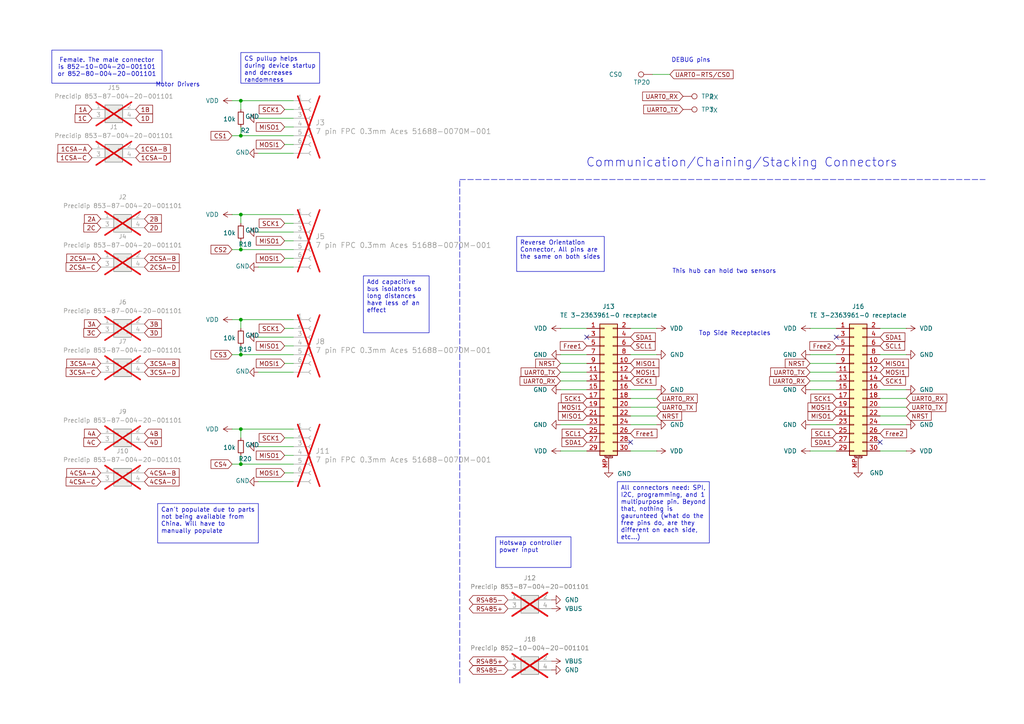
<source format=kicad_sch>
(kicad_sch (version 20250114) (generator "eeschema") (generator_version "9.0")
  (paper "A4")
  (title_block (title "CACKLE -  Hub") (date "2025-10-10") (rev "V1.1") (comment 1 "Licensed under CERN-OHL-S v2") (comment 2 "Author: Asher Edwards"))
  (lib_symbols
    (symbol "Connector:Conn_01x07_Socket" (pin_names (offset 1.016) (hide yes))
      (property "Reference" "J" (at 0 10.16 0))
      (property "Value" "Conn_01x07_Socket" (at 0 -10.16 0))
      (symbol "Conn_01x07_Socket_1_1"
        (polyline (pts (xy -1.27 7.62) (xy -0.508 7.62)) (stroke (width 0.1524)))
        (polyline (pts (xy -1.27 5.08) (xy -0.508 5.08)) (stroke (width 0.1524)))
        (polyline (pts (xy -1.27 2.54) (xy -0.508 2.54)) (stroke (width 0.1524)))
        (polyline (pts (xy -1.27 0) (xy -0.508 0)) (stroke (width 0.1524)))
        (polyline (pts (xy -1.27 -2.54) (xy -0.508 -2.54)) (stroke (width 0.1524)))
        (polyline (pts (xy -1.27 -5.08) (xy -0.508 -5.08)) (stroke (width 0.1524)))
        (polyline (pts (xy -1.27 -7.62) (xy -0.508 -7.62)) (stroke (width 0.1524)))
        (arc (start 0 7.112) (mid -0.5058 7.62) (end 0 8.128) (stroke (width 0.1524)))
        (arc (start 0 4.572) (mid -0.5058 5.08) (end 0 5.588) (stroke (width 0.1524)))
        (arc (start 0 2.032) (mid -0.5058 2.54) (end 0 3.048) (stroke (width 0.1524)))
        (arc (start 0 -0.508) (mid -0.5058 0) (end 0 0.508) (stroke (width 0.1524)))
        (arc (start 0 -3.048) (mid -0.5058 -2.54) (end 0 -2.032) (stroke (width 0.1524)))
        (arc (start 0 -5.588) (mid -0.5058 -5.08) (end 0 -4.572) (stroke (width 0.1524)))
        (arc (start 0 -8.128) (mid -0.5058 -7.62) (end 0 -7.112) (stroke (width 0.1524)))
        (pin passive line (at -5.08 7.62 0) (length 3.81) (name "Pin_1") (number "1"))
        (pin passive line (at -5.08 5.08 0) (length 3.81) (name "Pin_2") (number "2"))
        (pin passive line (at -5.08 2.54 0) (length 3.81) (name "Pin_3") (number "3"))
        (pin passive line (at -5.08 0 0) (length 3.81) (name "Pin_4") (number "4"))
        (pin passive line (at -5.08 -2.54 0) (length 3.81) (name "Pin_5") (number "5"))
        (pin passive line (at -5.08 -5.08 0) (length 3.81) (name "Pin_6") (number "6"))
        (pin passive line (at -5.08 -7.62 0) (length 3.81) (name "Pin_7") (number "7"))
      )
    )
    (symbol "Connector:TestPoint" (pin_numbers (hide yes)) (pin_names (offset 0.762) (hide yes))
      (property "Reference" "TP" (at 0 6.858 0))
      (property "Value" "TestPoint" (at 0 5.08 0))
      (symbol "TestPoint_0_1"
        (circle (center 0 3.302) (radius 0.762))
      )
      (symbol "TestPoint_1_1"
        (pin passive line (at 0 0 90) (length 2.54) (name "1") (number "1"))
      )
    )
    (symbol "Connector_Generic:Conn_02x02_Odd_Even" (pin_names (offset 1.016) (hide yes))
      (property "Reference" "J" (at 1.27 2.54 0))
      (property "Value" "Conn_02x02_Odd_Even" (at 1.27 -5.08 0))
      (symbol "Conn_02x02_Odd_Even_1_1"
        (rectangle (start -1.27 1.27) (end 3.81 -3.81) (stroke (width 0.254)) (fill (type background)))
        (rectangle (start -1.27 0.127) (end 0 -0.127) (stroke (width 0.1524)))
        (rectangle (start -1.27 -2.413) (end 0 -2.667) (stroke (width 0.1524)))
        (rectangle (start 3.81 0.127) (end 2.54 -0.127) (stroke (width 0.1524)))
        (rectangle (start 3.81 -2.413) (end 2.54 -2.667) (stroke (width 0.1524)))
        (pin passive line (at -5.08 0 0) (length 3.81) (name "Pin_1") (number "1"))
        (pin passive line (at -5.08 -2.54 0) (length 3.81) (name "Pin_3") (number "3"))
        (pin passive line (at 7.62 0 180) (length 3.81) (name "Pin_2") (number "2"))
        (pin passive line (at 7.62 -2.54 180) (length 3.81) (name "Pin_4") (number "4"))
      )
    )
    (symbol "Connector_Generic_MountingPin:Conn_02x15_Odd_Even_MountingPin" (pin_names (offset 1.016) (hide yes))
      (property "Reference" "J" (at 1.27 20.32 0))
      (property "Value" "Conn_02x15_Odd_Even_MountingPin" (at 2.54 -20.32 0))
      (symbol "Conn_02x15_Odd_Even_MountingPin_1_1"
        (rectangle (start -1.27 19.05) (end 3.81 -19.05) (stroke (width 0.254)) (fill (type background)))
        (rectangle (start -1.27 17.907) (end 0 17.653) (stroke (width 0.1524)))
        (rectangle (start -1.27 15.367) (end 0 15.113) (stroke (width 0.1524)))
        (rectangle (start -1.27 12.827) (end 0 12.573) (stroke (width 0.1524)))
        (rectangle (start -1.27 10.287) (end 0 10.033) (stroke (width 0.1524)))
        (rectangle (start -1.27 7.747) (end 0 7.493) (stroke (width 0.1524)))
        (rectangle (start -1.27 5.207) (end 0 4.953) (stroke (width 0.1524)))
        (rectangle (start -1.27 2.667) (end 0 2.413) (stroke (width 0.1524)))
        (rectangle (start -1.27 0.127) (end 0 -0.127) (stroke (width 0.1524)))
        (rectangle (start -1.27 -2.413) (end 0 -2.667) (stroke (width 0.1524)))
        (rectangle (start -1.27 -4.953) (end 0 -5.207) (stroke (width 0.1524)))
        (rectangle (start -1.27 -7.493) (end 0 -7.747) (stroke (width 0.1524)))
        (rectangle (start -1.27 -10.033) (end 0 -10.287) (stroke (width 0.1524)))
        (rectangle (start -1.27 -12.573) (end 0 -12.827) (stroke (width 0.1524)))
        (rectangle (start -1.27 -15.113) (end 0 -15.367) (stroke (width 0.1524)))
        (rectangle (start -1.27 -17.653) (end 0 -17.907) (stroke (width 0.1524)))
        (polyline (pts (xy 0.254 -19.812) (xy 2.286 -19.812)) (stroke (width 0.1524)))
        (rectangle (start 3.81 17.907) (end 2.54 17.653) (stroke (width 0.1524)))
        (rectangle (start 3.81 15.367) (end 2.54 15.113) (stroke (width 0.1524)))
        (rectangle (start 3.81 12.827) (end 2.54 12.573) (stroke (width 0.1524)))
        (rectangle (start 3.81 10.287) (end 2.54 10.033) (stroke (width 0.1524)))
        (rectangle (start 3.81 7.747) (end 2.54 7.493) (stroke (width 0.1524)))
        (rectangle (start 3.81 5.207) (end 2.54 4.953) (stroke (width 0.1524)))
        (rectangle (start 3.81 2.667) (end 2.54 2.413) (stroke (width 0.1524)))
        (rectangle (start 3.81 0.127) (end 2.54 -0.127) (stroke (width 0.1524)))
        (rectangle (start 3.81 -2.413) (end 2.54 -2.667) (stroke (width 0.1524)))
        (rectangle (start 3.81 -4.953) (end 2.54 -5.207) (stroke (width 0.1524)))
        (rectangle (start 3.81 -7.493) (end 2.54 -7.747) (stroke (width 0.1524)))
        (rectangle (start 3.81 -10.033) (end 2.54 -10.287) (stroke (width 0.1524)))
        (rectangle (start 3.81 -12.573) (end 2.54 -12.827) (stroke (width 0.1524)))
        (rectangle (start 3.81 -15.113) (end 2.54 -15.367) (stroke (width 0.1524)))
        (rectangle (start 3.81 -17.653) (end 2.54 -17.907) (stroke (width 0.1524)))
        (text "Mounting" (at 1.27 -19.431 0) (effects (font (size 0.381 0.381))))
        (pin passive line (at -5.08 17.78 0) (length 3.81) (name "Pin_1") (number "1"))
        (pin passive line (at -5.08 15.24 0) (length 3.81) (name "Pin_3") (number "3"))
        (pin passive line (at -5.08 12.7 0) (length 3.81) (name "Pin_5") (number "5"))
        (pin passive line (at -5.08 10.16 0) (length 3.81) (name "Pin_7") (number "7"))
        (pin passive line (at -5.08 7.62 0) (length 3.81) (name "Pin_9") (number "9"))
        (pin passive line (at -5.08 5.08 0) (length 3.81) (name "Pin_11") (number "11"))
        (pin passive line (at -5.08 2.54 0) (length 3.81) (name "Pin_13") (number "13"))
        (pin passive line (at -5.08 0 0) (length 3.81) (name "Pin_15") (number "15"))
        (pin passive line (at -5.08 -2.54 0) (length 3.81) (name "Pin_17") (number "17"))
        (pin passive line (at -5.08 -5.08 0) (length 3.81) (name "Pin_19") (number "19"))
        (pin passive line (at -5.08 -7.62 0) (length 3.81) (name "Pin_21") (number "21"))
        (pin passive line (at -5.08 -10.16 0) (length 3.81) (name "Pin_23") (number "23"))
        (pin passive line (at -5.08 -12.7 0) (length 3.81) (name "Pin_25") (number "25"))
        (pin passive line (at -5.08 -15.24 0) (length 3.81) (name "Pin_27") (number "27"))
        (pin passive line (at -5.08 -17.78 0) (length 3.81) (name "Pin_29") (number "29"))
        (pin passive line (at 1.27 -22.86 90) (length 3.048) (name "MountPin") (number "MP"))
        (pin passive line (at 7.62 17.78 180) (length 3.81) (name "Pin_2") (number "2"))
        (pin passive line (at 7.62 15.24 180) (length 3.81) (name "Pin_4") (number "4"))
        (pin passive line (at 7.62 12.7 180) (length 3.81) (name "Pin_6") (number "6"))
        (pin passive line (at 7.62 10.16 180) (length 3.81) (name "Pin_8") (number "8"))
        (pin passive line (at 7.62 7.62 180) (length 3.81) (name "Pin_10") (number "10"))
        (pin passive line (at 7.62 5.08 180) (length 3.81) (name "Pin_12") (number "12"))
        (pin passive line (at 7.62 2.54 180) (length 3.81) (name "Pin_14") (number "14"))
        (pin passive line (at 7.62 0 180) (length 3.81) (name "Pin_16") (number "16"))
        (pin passive line (at 7.62 -2.54 180) (length 3.81) (name "Pin_18") (number "18"))
        (pin passive line (at 7.62 -5.08 180) (length 3.81) (name "Pin_20") (number "20"))
        (pin passive line (at 7.62 -7.62 180) (length 3.81) (name "Pin_22") (number "22"))
        (pin passive line (at 7.62 -10.16 180) (length 3.81) (name "Pin_24") (number "24"))
        (pin passive line (at 7.62 -12.7 180) (length 3.81) (name "Pin_26") (number "26"))
        (pin passive line (at 7.62 -15.24 180) (length 3.81) (name "Pin_28") (number "28"))
        (pin passive line (at 7.62 -17.78 180) (length 3.81) (name "Pin_30") (number "30"))
      )
    )
    (symbol "Device:R_Small" (pin_numbers (hide yes)) (pin_names (offset 0.254) (hide yes))
      (property "Reference" "R" (at 0.762 0.508 0))
      (property "Value" "R_Small" (at 0.762 -1.016 0))
      (symbol "R_Small_0_1"
        (rectangle (start -0.762 1.778) (end 0.762 -1.778) (stroke (width 0.2032)))
      )
      (symbol "R_Small_1_1"
        (pin passive line (at 0 2.54 270) (length 0.762) (name "~") (number "1"))
        (pin passive line (at 0 -2.54 90) (length 0.762) (name "~") (number "2"))
      )
    )
    (symbol "power:GND" (power) (pin_numbers (hide yes)) (pin_names (offset 0) (hide yes))
      (property "Value" "GND" (at 0 -3.81 0))
      (symbol "GND_0_1"
        (polyline (pts (xy 0 0) (xy 0 -1.27) (xy 1.27 -1.27) (xy 0 -2.54) (xy -1.27 -1.27) (xy 0 -1.27)))
      )
      (symbol "GND_1_1"
        (pin power_in line (at 0 0 270) (length 0) (name "~") (number "1"))
      )
    )
    (symbol "power:VBUS" (power) (pin_numbers (hide yes)) (pin_names (offset 0) (hide yes))
      (property "Value" "VBUS" (at 0 3.556 0))
      (symbol "VBUS_0_1"
        (polyline (pts (xy -0.762 1.27) (xy 0 2.54)))
        (polyline (pts (xy 0 2.54) (xy 0.762 1.27)))
        (polyline (pts (xy 0 0) (xy 0 2.54)))
      )
      (symbol "VBUS_1_1"
        (pin power_in line (at 0 0 90) (length 0) (name "~") (number "1"))
      )
    )
    (symbol "power:VDD" (power) (pin_numbers (hide yes)) (pin_names (offset 0) (hide yes))
      (property "Value" "VDD" (at 0 3.556 0))
      (symbol "VDD_0_1"
        (polyline (pts (xy -0.762 1.27) (xy 0 2.54)))
        (polyline (pts (xy 0 2.54) (xy 0.762 1.27)))
        (polyline (pts (xy 0 0) (xy 0 2.54)))
      )
      (symbol "VDD_1_1"
        (pin power_in line (at 0 0 90) (length 0) (name "~") (number "1"))
      )
    )
  )
  (text "Communication/Chaining/Stacking Connectors" (at 215.138 47.244 0) (effects (font (size 2.54 2.54))))
  (text "Top Side Receptacles" (at 213.106 96.774 0) (effects (font (size 1.27 1.27))))
  (text "Motor Drivers" (at 51.562 24.638 0) (effects (font (size 1.27 1.27))))
  (text "This hub can hold two sensors" (at 210.058 78.74 0) (effects (font (size 1.27 1.27))))
  (text "DEBUG pins" (at 200.406 17.526 0) (effects (font (size 1.27 1.27))))
  (text_box "Reverse Orientation Connector, All pins are the same on both sides" (at 149.86 68.58 0) (size 25.4 10.16) (margins 0.9525 0.9525 0.9525 0.9525) (effects (font (size 1.27 1.27)) (justify left top)))
  (text_box "CS pullup helps during device startup and decreases randomness" (at 69.85 15.24 0) (size 22.86 8.89) (margins 0.9525 0.9525 0.9525 0.9525) (effects (font (size 1.27 1.27)) (justify left top)))
  (text_box "Can't populate due to parts not being available from China. Will have to manually populate" (at 45.72 146.05 0) (size 29.21 11.43) (margins 0.9525 0.9525 0.9525 0.9525) (effects (font (size 1.27 1.27)) (justify left top)))
  (text_box "Add capacitive bus isolators so long distances have less of an effect" (at 105.41 80.01 0) (size 19.05 16.51) (margins 0.9525 0.9525 0.9525 0.9525) (effects (font (size 1.27 1.27)) (justify left top)))
  (text_box "All connectors need: SPI, I2C, programming, and 1 multipurpose pin. Beyond that, nothing is gaurunteed (what do the free pins do, are they different on each side, etc...)\n" (at 179.07 139.7 0) (size 26.67 17.78) (margins 0.9525 0.9525 0.9525 0.9525) (effects (font (size 1.27 1.27)) (justify left top)))
  (text_box "Hotswap controller power input" (at 143.764 155.702 0) (size 21.844 8.89) (margins 0.9525 0.9525 0.9525 0.9525) (effects (font (size 1.27 1.27)) (justify left top)))
  (text_box "Female. The male connector is 852-10-004-20-001101 or 852-80-004-20-001101" (at 15.0295 14.5359 0) (size 31.9605 9.5941) (margins 0.9525 0.9525 0.9525 0.9525) (effects (font (size 1.27 1.27))))
  (junction (at 69.85 62.23))
  (junction (at 69.85 124.46))
  (junction (at 69.85 134.62))
  (junction (at 69.85 29.21))
  (junction (at 69.85 102.87))
  (junction (at 69.85 92.71))
  (junction (at 69.85 72.39))
  (junction (at 69.85 39.37))
  (no_connect (at 242.57 97.79))
  (no_connect (at 255.27 128.27))
  (no_connect (at 170.18 97.79))
  (no_connect (at 182.88 128.27))
  (wire (pts (xy 234.95 102.87) (xy 242.57 102.87)))
  (wire (pts (xy 69.85 39.37) (xy 85.09 39.37)))
  (wire (pts (xy 69.85 100.33) (xy 69.85 102.87)))
  (wire (pts (xy 82.55 41.91) (xy 85.09 41.91)))
  (wire (pts (xy 69.85 69.85) (xy 69.85 72.39)))
  (wire (pts (xy 69.85 72.39) (xy 85.09 72.39)))
  (wire (pts (xy 162.56 105.41) (xy 170.18 105.41)))
  (wire (pts (xy 262.89 123.19) (xy 255.27 123.19)))
  (wire (pts (xy 190.5 113.03) (xy 182.88 113.03)))
  (wire (pts (xy 69.85 36.83) (xy 69.85 39.37)))
  (wire (pts (xy 190.5 123.19) (xy 182.88 123.19)))
  (wire (pts (xy 262.89 118.11) (xy 255.27 118.11)))
  (wire (pts (xy 234.95 110.49) (xy 242.57 110.49)))
  (wire (pts (xy 69.85 62.23) (xy 85.09 62.23)))
  (wire (pts (xy 69.85 62.23) (xy 69.85 64.77)))
  (wire (pts (xy 234.95 107.95) (xy 242.57 107.95)))
  (wire (pts (xy 162.56 113.03) (xy 170.18 113.03)))
  (wire (pts (xy 69.85 132.08) (xy 69.85 134.62)))
  (polyline (pts (xy 133.35 52.07) (xy 285.75 52.07)) (stroke (width 0) (type dash)))
  (wire (pts (xy 69.85 134.62) (xy 85.09 134.62)))
  (wire (pts (xy 67.31 29.21) (xy 69.85 29.21)))
  (wire (pts (xy 67.31 72.39) (xy 69.85 72.39)))
  (wire (pts (xy 74.93 34.29) (xy 85.09 34.29)))
  (wire (pts (xy 67.31 124.46) (xy 69.85 124.46)))
  (wire (pts (xy 74.93 97.79) (xy 85.09 97.79)))
  (wire (pts (xy 82.55 100.33) (xy 85.09 100.33)))
  (wire (pts (xy 182.88 120.65) (xy 190.5 120.65)))
  (wire (pts (xy 74.93 107.95) (xy 85.09 107.95)))
  (wire (pts (xy 162.56 95.25) (xy 170.18 95.25)))
  (wire (pts (xy 262.89 113.03) (xy 255.27 113.03)))
  (wire (pts (xy 262.89 95.25) (xy 255.27 95.25)))
  (wire (pts (xy 162.56 110.49) (xy 170.18 110.49)))
  (wire (pts (xy 82.55 105.41) (xy 85.09 105.41)))
  (wire (pts (xy 82.55 69.85) (xy 85.09 69.85)))
  (wire (pts (xy 82.55 36.83) (xy 85.09 36.83)))
  (wire (pts (xy 82.55 127) (xy 85.09 127)))
  (wire (pts (xy 69.85 92.71) (xy 85.09 92.71)))
  (polyline (pts (xy 133.35 198.12) (xy 133.35 52.07)) (stroke (width 0) (type dash)))
  (wire (pts (xy 194.31 21.59) (xy 189.23 21.59)))
  (wire (pts (xy 190.5 130.81) (xy 182.88 130.81)))
  (wire (pts (xy 262.89 115.57) (xy 255.27 115.57)))
  (wire (pts (xy 234.95 113.03) (xy 242.57 113.03)))
  (wire (pts (xy 82.55 95.25) (xy 85.09 95.25)))
  (wire (pts (xy 69.85 124.46) (xy 85.09 124.46)))
  (wire (pts (xy 262.89 102.87) (xy 255.27 102.87)))
  (wire (pts (xy 162.56 102.87) (xy 170.18 102.87)))
  (wire (pts (xy 67.31 134.62) (xy 69.85 134.62)))
  (wire (pts (xy 190.5 115.57) (xy 182.88 115.57)))
  (wire (pts (xy 74.93 77.47) (xy 85.09 77.47)))
  (wire (pts (xy 234.95 95.25) (xy 242.57 95.25)))
  (wire (pts (xy 162.56 130.81) (xy 170.18 130.81)))
  (wire (pts (xy 234.95 130.81) (xy 242.57 130.81)))
  (wire (pts (xy 74.93 67.31) (xy 85.09 67.31)))
  (wire (pts (xy 67.31 62.23) (xy 69.85 62.23)))
  (wire (pts (xy 74.93 44.45) (xy 85.09 44.45)))
  (wire (pts (xy 190.5 95.25) (xy 182.88 95.25)))
  (wire (pts (xy 255.27 120.65) (xy 262.89 120.65)))
  (wire (pts (xy 190.5 102.87) (xy 182.88 102.87)))
  (wire (pts (xy 162.56 107.95) (xy 170.18 107.95)))
  (wire (pts (xy 67.31 39.37) (xy 69.85 39.37)))
  (wire (pts (xy 234.95 123.19) (xy 242.57 123.19)))
  (wire (pts (xy 234.95 105.41) (xy 242.57 105.41)))
  (wire (pts (xy 69.85 92.71) (xy 69.85 95.25)))
  (wire (pts (xy 82.55 74.93) (xy 85.09 74.93)))
  (wire (pts (xy 69.85 102.87) (xy 85.09 102.87)))
  (wire (pts (xy 262.89 130.81) (xy 255.27 130.81)))
  (wire (pts (xy 69.85 124.46) (xy 69.85 127)))
  (wire (pts (xy 190.5 118.11) (xy 182.88 118.11)))
  (wire (pts (xy 82.55 31.75) (xy 85.09 31.75)))
  (wire (pts (xy 74.93 129.54) (xy 85.09 129.54)))
  (wire (pts (xy 82.55 137.16) (xy 85.09 137.16)))
  (wire (pts (xy 67.31 92.71) (xy 69.85 92.71)))
  (wire (pts (xy 162.56 123.19) (xy 170.18 123.19)))
  (wire (pts (xy 82.55 132.08) (xy 85.09 132.08)))
  (wire (pts (xy 74.93 139.7) (xy 85.09 139.7)))
  (wire (pts (xy 69.85 29.21) (xy 69.85 31.75)))
  (wire (pts (xy 69.85 29.21) (xy 85.09 29.21)))
  (wire (pts (xy 82.55 64.77) (xy 85.09 64.77)))
  (wire (pts (xy 67.31 102.87) (xy 69.85 102.87)))
  (global_label "3A" (shape input) (at 29.21 93.98 180) (property "Intersheetrefs" "${INTERSHEET_REFS}" (effects (hide yes))))
  (global_label "NRST" (shape input) (at 234.95 105.41 180) (property "Intersheetrefs" "${INTERSHEET_REFS}" (effects (hide yes))))
  (global_label "SCK1" (shape input) (at 242.57 115.57 180) (property "Intersheetrefs" "${INTERSHEET_REFS}" (effects (hide yes))))
  (global_label "2CSA-A" (shape input) (at 29.21 74.93 180) (property "Intersheetrefs" "${INTERSHEET_REFS}" (effects (hide yes))))
  (global_label "MOSI1" (shape input) (at 242.57 118.11 180) (property "Intersheetrefs" "${INTERSHEET_REFS}" (effects (hide yes))))
  (global_label "SDA1" (shape input) (at 255.27 97.79 0) (property "Intersheetrefs" "${INTERSHEET_REFS}" (effects (hide yes))))
  (global_label "SDA1" (shape input) (at 242.57 128.27 180) (property "Intersheetrefs" "${INTERSHEET_REFS}" (effects (hide yes))))
  (global_label "CS2" (shape input) (at 67.31 72.39 180) (property "Intersheetrefs" "${INTERSHEET_REFS}" (effects (hide yes))))
  (global_label "3B" (shape input) (at 41.91 93.98 0) (property "Intersheetrefs" "${INTERSHEET_REFS}" (effects (hide yes))))
  (global_label "SCK1" (shape input) (at 182.88 110.49 0) (property "Intersheetrefs" "${INTERSHEET_REFS}" (effects (hide yes))))
  (global_label "4D" (shape input) (at 41.91 128.27 0) (property "Intersheetrefs" "${INTERSHEET_REFS}" (effects (hide yes))))
  (global_label "CS4" (shape input) (at 67.31 134.62 180) (property "Intersheetrefs" "${INTERSHEET_REFS}" (effects (hide yes))))
  (global_label "4CSA-A" (shape input) (at 29.21 137.16 180) (property "Intersheetrefs" "${INTERSHEET_REFS}" (effects (hide yes))))
  (global_label "RS485-" (shape bidirectional) (at 147.32 194.31 180) (property "Intersheetrefs" "${INTERSHEET_REFS}" (effects (hide yes))))
  (global_label "SCK1" (shape input) (at 82.55 95.25 180) (property "Intersheetrefs" "${INTERSHEET_REFS}" (effects (hide yes))))
  (global_label "SCK1" (shape input) (at 82.55 31.75 180) (property "Intersheetrefs" "${INTERSHEET_REFS}" (effects (hide yes))))
  (global_label "4CSA-C" (shape input) (at 29.21 139.7 180) (property "Intersheetrefs" "${INTERSHEET_REFS}" (effects (hide yes))))
  (global_label "MISO1" (shape input) (at 82.55 69.85 180) (property "Intersheetrefs" "${INTERSHEET_REFS}" (effects (hide yes))))
  (global_label "3CSA-B" (shape input) (at 41.91 105.41 0) (property "Intersheetrefs" "${INTERSHEET_REFS}" (effects (hide yes))))
  (global_label "NRST" (shape input) (at 262.89 120.65 0) (property "Intersheetrefs" "${INTERSHEET_REFS}" (effects (hide yes))))
  (global_label "1CSA-C" (shape input) (at 26.67 45.72 180) (property "Intersheetrefs" "${INTERSHEET_REFS}" (effects (hide yes))))
  (global_label "UART0_TX" (shape input) (at 162.56 107.95 180) (property "Intersheetrefs" "${INTERSHEET_REFS}" (effects (hide yes))))
  (global_label "UART0_TX" (shape input) (at 234.95 107.95 180) (property "Intersheetrefs" "${INTERSHEET_REFS}" (effects (hide yes))))
  (global_label "2CSA-B" (shape input) (at 41.91 74.93 0) (property "Intersheetrefs" "${INTERSHEET_REFS}" (effects (hide yes))))
  (global_label "4B" (shape input) (at 41.91 125.73 0) (property "Intersheetrefs" "${INTERSHEET_REFS}" (effects (hide yes))))
  (global_label "MISO1" (shape input) (at 170.18 120.65 180) (property "Intersheetrefs" "${INTERSHEET_REFS}" (effects (hide yes))))
  (global_label "SCL1" (shape input) (at 170.18 125.73 180) (property "Intersheetrefs" "${INTERSHEET_REFS}" (effects (hide yes))))
  (global_label "2D" (shape input) (at 41.91 66.04 0) (property "Intersheetrefs" "${INTERSHEET_REFS}" (effects (hide yes))))
  (global_label "MOSI1" (shape input) (at 82.55 41.91 180) (property "Intersheetrefs" "${INTERSHEET_REFS}" (effects (hide yes))))
  (global_label "3D" (shape input) (at 41.91 96.52 0) (property "Intersheetrefs" "${INTERSHEET_REFS}" (effects (hide yes))))
  (global_label "1D" (shape input) (at 39.37 34.29 0) (property "Intersheetrefs" "${INTERSHEET_REFS}" (effects (hide yes))))
  (global_label "UART0_RX" (shape input) (at 262.89 115.57 0) (property "Intersheetrefs" "${INTERSHEET_REFS}" (effects (hide yes))))
  (global_label "SCL1" (shape input) (at 242.57 125.73 180) (property "Intersheetrefs" "${INTERSHEET_REFS}" (effects (hide yes))))
  (global_label "Free1" (shape input) (at 182.88 125.73 0) (property "Intersheetrefs" "${INTERSHEET_REFS}" (effects (hide yes))))
  (global_label "MOSI1" (shape input) (at 182.88 107.95 0) (property "Intersheetrefs" "${INTERSHEET_REFS}" (effects (hide yes))))
  (global_label "SCK1" (shape input) (at 255.27 110.49 0) (property "Intersheetrefs" "${INTERSHEET_REFS}" (effects (hide yes))))
  (global_label "4C" (shape input) (at 29.21 128.27 180) (property "Intersheetrefs" "${INTERSHEET_REFS}" (effects (hide yes))))
  (global_label "4CSA-D" (shape input) (at 41.91 139.7 0) (property "Intersheetrefs" "${INTERSHEET_REFS}" (effects (hide yes))))
  (global_label "UART0_TX" (shape input) (at 190.5 118.11 0) (property "Intersheetrefs" "${INTERSHEET_REFS}" (effects (hide yes))))
  (global_label "UART0_RX" (shape input) (at 198.12 27.94 180) (property "Intersheetrefs" "${INTERSHEET_REFS}" (effects (hide yes))))
  (global_label "NRST" (shape input) (at 162.56 105.41 180) (property "Intersheetrefs" "${INTERSHEET_REFS}" (effects (hide yes))))
  (global_label "RS485+" (shape bidirectional) (at 147.32 191.77 180) (property "Intersheetrefs" "${INTERSHEET_REFS}" (effects (hide yes))))
  (global_label "4CSA-B" (shape input) (at 41.91 137.16 0) (property "Intersheetrefs" "${INTERSHEET_REFS}" (effects (hide yes))))
  (global_label "2C" (shape input) (at 29.21 66.04 180) (property "Intersheetrefs" "${INTERSHEET_REFS}" (effects (hide yes))))
  (global_label "MISO1" (shape input) (at 82.55 132.08 180) (property "Intersheetrefs" "${INTERSHEET_REFS}" (effects (hide yes))))
  (global_label "3CSA-C" (shape input) (at 29.21 107.95 180) (property "Intersheetrefs" "${INTERSHEET_REFS}" (effects (hide yes))))
  (global_label "UART0_RX" (shape input) (at 234.95 110.49 180) (property "Intersheetrefs" "${INTERSHEET_REFS}" (effects (hide yes))))
  (global_label "Free2" (shape input) (at 242.57 100.33 180) (property "Intersheetrefs" "${INTERSHEET_REFS}" (effects (hide yes))))
  (global_label "UART0_RX" (shape input) (at 190.5 115.57 0) (property "Intersheetrefs" "${INTERSHEET_REFS}" (effects (hide yes))))
  (global_label "2CSA-C" (shape input) (at 29.21 77.47 180) (property "Intersheetrefs" "${INTERSHEET_REFS}" (effects (hide yes))))
  (global_label "UART0_TX" (shape input) (at 198.12 31.75 180) (property "Intersheetrefs" "${INTERSHEET_REFS}" (effects (hide yes))))
  (global_label "MOSI1" (shape input) (at 82.55 137.16 180) (property "Intersheetrefs" "${INTERSHEET_REFS}" (effects (hide yes))))
  (global_label "MOSI1" (shape input) (at 82.55 74.93 180) (property "Intersheetrefs" "${INTERSHEET_REFS}" (effects (hide yes))))
  (global_label "2B" (shape input) (at 41.91 63.5 0) (property "Intersheetrefs" "${INTERSHEET_REFS}" (effects (hide yes))))
  (global_label "MISO1" (shape input) (at 82.55 100.33 180) (property "Intersheetrefs" "${INTERSHEET_REFS}" (effects (hide yes))))
  (global_label "1C" (shape input) (at 26.67 34.29 180) (property "Intersheetrefs" "${INTERSHEET_REFS}" (effects (hide yes))))
  (global_label "SCK1" (shape input) (at 82.55 64.77 180) (property "Intersheetrefs" "${INTERSHEET_REFS}" (effects (hide yes))))
  (global_label "RS485+" (shape bidirectional) (at 147.32 176.53 180) (property "Intersheetrefs" "${INTERSHEET_REFS}" (effects (hide yes))))
  (global_label "MISO1" (shape input) (at 242.57 120.65 180) (property "Intersheetrefs" "${INTERSHEET_REFS}" (effects (hide yes))))
  (global_label "SDA1" (shape input) (at 182.88 97.79 0) (property "Intersheetrefs" "${INTERSHEET_REFS}" (effects (hide yes))))
  (global_label "SCK1" (shape input) (at 170.18 115.57 180) (property "Intersheetrefs" "${INTERSHEET_REFS}" (effects (hide yes))))
  (global_label "1CSA-D" (shape input) (at 39.37 45.72 0) (property "Intersheetrefs" "${INTERSHEET_REFS}" (effects (hide yes))))
  (global_label "SCK1" (shape input) (at 82.55 127 180) (property "Intersheetrefs" "${INTERSHEET_REFS}" (effects (hide yes))))
  (global_label "3CSA-D" (shape input) (at 41.91 107.95 0) (property "Intersheetrefs" "${INTERSHEET_REFS}" (effects (hide yes))))
  (global_label "UART0_RX" (shape input) (at 162.56 110.49 180) (property "Intersheetrefs" "${INTERSHEET_REFS}" (effects (hide yes))))
  (global_label "UART0-RTS{slash}CS0" (shape input) (at 194.31 21.59 0) (property "Intersheetrefs" "${INTERSHEET_REFS}" (effects (hide yes))))
  (global_label "3C" (shape input) (at 29.21 96.52 180) (property "Intersheetrefs" "${INTERSHEET_REFS}" (effects (hide yes))))
  (global_label "RS485-" (shape bidirectional) (at 147.32 173.99 180) (property "Intersheetrefs" "${INTERSHEET_REFS}" (effects (hide yes))))
  (global_label "SDA1" (shape input) (at 170.18 128.27 180) (property "Intersheetrefs" "${INTERSHEET_REFS}" (effects (hide yes))))
  (global_label "1CSA-A" (shape input) (at 26.67 43.18 180) (property "Intersheetrefs" "${INTERSHEET_REFS}" (effects (hide yes))))
  (global_label "3CSA-A" (shape input) (at 29.21 105.41 180) (property "Intersheetrefs" "${INTERSHEET_REFS}" (effects (hide yes))))
  (global_label "MOSI1" (shape input) (at 82.55 105.41 180) (property "Intersheetrefs" "${INTERSHEET_REFS}" (effects (hide yes))))
  (global_label "MISO1" (shape input) (at 255.27 105.41 0) (property "Intersheetrefs" "${INTERSHEET_REFS}" (effects (hide yes))))
  (global_label "MOSI1" (shape input) (at 255.27 107.95 0) (property "Intersheetrefs" "${INTERSHEET_REFS}" (effects (hide yes))))
  (global_label "MISO1" (shape input) (at 82.55 36.83 180) (property "Intersheetrefs" "${INTERSHEET_REFS}" (effects (hide yes))))
  (global_label "SCL1" (shape input) (at 255.27 100.33 0) (property "Intersheetrefs" "${INTERSHEET_REFS}" (effects (hide yes))))
  (global_label "MOSI1" (shape input) (at 170.18 118.11 180) (property "Intersheetrefs" "${INTERSHEET_REFS}" (effects (hide yes))))
  (global_label "2A" (shape input) (at 29.21 63.5 180) (property "Intersheetrefs" "${INTERSHEET_REFS}" (effects (hide yes))))
  (global_label "Free2" (shape input) (at 255.27 125.73 0) (property "Intersheetrefs" "${INTERSHEET_REFS}" (effects (hide yes))))
  (global_label "CS3" (shape input) (at 67.31 102.87 180) (property "Intersheetrefs" "${INTERSHEET_REFS}" (effects (hide yes))))
  (global_label "Free1" (shape input) (at 170.18 100.33 180) (property "Intersheetrefs" "${INTERSHEET_REFS}" (effects (hide yes))))
  (global_label "CS1" (shape input) (at 67.31 39.37 180) (property "Intersheetrefs" "${INTERSHEET_REFS}" (effects (hide yes))))
  (global_label "MISO1" (shape input) (at 182.88 105.41 0) (property "Intersheetrefs" "${INTERSHEET_REFS}" (effects (hide yes))))
  (global_label "4A" (shape input) (at 29.21 125.73 180) (property "Intersheetrefs" "${INTERSHEET_REFS}" (effects (hide yes))))
  (global_label "UART0_TX" (shape input) (at 262.89 118.11 0) (property "Intersheetrefs" "${INTERSHEET_REFS}" (effects (hide yes))))
  (global_label "SCL1" (shape input) (at 182.88 100.33 0) (property "Intersheetrefs" "${INTERSHEET_REFS}" (effects (hide yes))))
  (global_label "1B" (shape input) (at 39.37 31.75 0) (property "Intersheetrefs" "${INTERSHEET_REFS}" (effects (hide yes))))
  (global_label "NRST" (shape input) (at 190.5 120.65 0) (property "Intersheetrefs" "${INTERSHEET_REFS}" (effects (hide yes))))
  (global_label "1A" (shape input) (at 26.67 31.75 180) (property "Intersheetrefs" "${INTERSHEET_REFS}" (effects (hide yes))))
  (global_label "2CSA-D" (shape input) (at 41.91 77.47 0) (property "Intersheetrefs" "${INTERSHEET_REFS}" (effects (hide yes))))
  (global_label "1CSA-B" (shape input) (at 39.37 43.18 0) (property "Intersheetrefs" "${INTERSHEET_REFS}" (effects (hide yes))))
  (symbol (lib_id "Connector_Generic:Conn_02x02_Odd_Even") (at 34.29 93.98 0) (unit 1) (dnp yes)
    (property "Reference" "J6" (at 35.56 87.63 0))
    (property "Value" "Precidip 853-87-004-20-001101" (at 35.56 90.17 0))
    (property "Footprint" "Connector_PinHeader_1.27mm:PinHeader_2x02_P1.27mm_Horizontal" (effects (hide yes)))
    (property "Description" "Generic connector, double row, 02x02, odd/even pin numbering scheme (row 1 odd numbers, row 2 even numbers), script generated (kicad-library-utils/schlib/autogen/connector/)" (effects (hide yes)))
  )
  (symbol (lib_id "power:VDD") (at 234.95 130.81 90) (unit 1)
    (property "Reference" "#PWR062" (effects (hide yes)))
    (property "Value" "VDD" (at 231.14 130.8099 90) (effects (justify left)))
    (property "Description" "Power symbol creates a global label with name \"VDD\"" (effects (hide yes)))
  )
  (symbol (lib_id "power:GND") (at 162.56 113.03 270) (unit 1)
    (property "Reference" "#PWR053" (effects (hide yes)))
    (property "Value" "GND" (at 158.75 113.0299 90) (effects (justify right)))
    (property "Description" "Power symbol creates a global label with name \"GND\" , ground" (effects (hide yes)))
  )
  (symbol (lib_id "power:GND") (at 176.53 135.89 0) (unit 1)
    (property "Reference" "#PWR051" (effects (hide yes)))
    (property "Value" "GND" (at 181.102 137.414 0))
    (property "Description" "Power symbol creates a global label with name \"GND\" , ground" (effects (hide yes)))
  )
  (symbol (lib_id "power:GND") (at 234.95 102.87 270) (unit 1)
    (property "Reference" "#PWR041" (effects (hide yes)))
    (property "Value" "GND" (at 231.14 102.8699 90) (effects (justify right)))
    (property "Description" "Power symbol creates a global label with name \"GND\" , ground" (effects (hide yes)))
  )
  (symbol (lib_id "power:GND") (at 74.93 139.7 270) (unit 1)
    (property "Reference" "#PWR033" (effects (hide yes)))
    (property "Value" "GND" (at 70.358 139.446 90))
    (property "Description" "Power symbol creates a global label with name \"GND\" , ground" (effects (hide yes)))
  )
  (symbol (lib_id "power:GND") (at 262.89 123.19 90) (unit 1)
    (property "Reference" "#PWR061" (effects (hide yes)))
    (property "Value" "GND" (at 266.7 123.1901 90) (effects (justify right)))
    (property "Description" "Power symbol creates a global label with name \"GND\" , ground" (effects (hide yes)))
  )
  (symbol (lib_id "power:GND") (at 262.89 113.03 90) (unit 1)
    (property "Reference" "#PWR059" (effects (hide yes)))
    (property "Value" "GND" (at 266.7 113.0301 90) (effects (justify right)))
    (property "Description" "Power symbol creates a global label with name \"GND\" , ground" (effects (hide yes)))
  )
  (symbol (lib_id "power:VDD") (at 67.31 124.46 90) (unit 1)
    (property "Reference" "#PWR031" (effects (hide yes)))
    (property "Value" "VDD" (at 63.5 124.4599 90) (effects (justify left)))
    (property "Description" "Power symbol creates a global label with name \"VDD\"" (effects (hide yes)))
  )
  (symbol (lib_id "power:GND") (at 162.56 102.87 270) (unit 1)
    (property "Reference" "#PWR011" (effects (hide yes)))
    (property "Value" "GND" (at 158.75 102.8699 90) (effects (justify right)))
    (property "Description" "Power symbol creates a global label with name \"GND\" , ground" (effects (hide yes)))
  )
  (symbol (lib_id "Connector_Generic:Conn_02x02_Odd_Even") (at 152.4 191.77 0) (unit 1) (dnp yes)
    (property "Reference" "J18" (at 153.67 185.42 0))
    (property "Value" "Precidip 852-10-004-20-001101" (at 153.67 187.96 0))
    (property "Footprint" "Connector_PinHeader_1.27mm:PinHeader_2x02_P1.27mm_Horizontal" (effects (hide yes)))
    (property "Description" "Generic connector, double row, 02x02, odd/even pin numbering scheme (row 1 odd numbers, row 2 even numbers), script generated (kicad-library-utils/schlib/autogen/connector/)" (effects (hide yes)))
  )
  (symbol (lib_id "power:VDD") (at 67.31 62.23 90) (unit 1)
    (property "Reference" "#PWR022" (effects (hide yes)))
    (property "Value" "VDD" (at 63.5 62.2299 90) (effects (justify left)))
    (property "Description" "Power symbol creates a global label with name \"VDD\"" (effects (hide yes)))
  )
  (symbol (lib_id "power:GND") (at 234.95 113.03 270) (unit 1)
    (property "Reference" "#PWR058" (effects (hide yes)))
    (property "Value" "GND" (at 231.14 113.0299 90) (effects (justify right)))
    (property "Description" "Power symbol creates a global label with name \"GND\" , ground" (effects (hide yes)))
  )
  (symbol (lib_id "Connector_Generic:Conn_02x02_Odd_Even") (at 34.29 125.73 0) (unit 1) (dnp yes)
    (property "Reference" "J9" (at 35.56 119.38 0))
    (property "Value" "Precidip 853-87-004-20-001101" (at 35.56 121.92 0))
    (property "Footprint" "Connector_PinHeader_1.27mm:PinHeader_2x02_P1.27mm_Horizontal" (effects (hide yes)))
    (property "Description" "Generic connector, double row, 02x02, odd/even pin numbering scheme (row 1 odd numbers, row 2 even numbers), script generated (kicad-library-utils/schlib/autogen/connector/)" (effects (hide yes)))
  )
  (symbol (lib_id "power:GND") (at 74.93 97.79 270) (unit 1)
    (property "Reference" "#PWR028" (effects (hide yes)))
    (property "Value" "GND" (at 73.152 97.282 90))
    (property "Description" "Power symbol creates a global label with name \"GND\" , ground" (effects (hide yes)))
  )
  (symbol (lib_id "power:GND") (at 234.95 123.19 270) (unit 1)
    (property "Reference" "#PWR060" (effects (hide yes)))
    (property "Value" "GND" (at 231.14 123.1899 90) (effects (justify right)))
    (property "Description" "Power symbol creates a global label with name \"GND\" , ground" (effects (hide yes)))
  )
  (symbol (lib_id "power:GND") (at 160.02 173.99 90) (unit 1)
    (property "Reference" "#PWR037" (effects (hide yes)))
    (property "Value" "GND" (at 163.83 173.9899 90) (effects (justify right)))
    (property "Description" "Power symbol creates a global label with name \"GND\" , ground" (effects (hide yes)))
  )
  (symbol (lib_id "Device:R_Small") (at 69.85 129.54 0) (unit 1)
    (property "Reference" "R20" (at 71.12 133.096 0))
    (property "Value" "10k" (at 66.548 129.794 0))
    (property "Footprint" "Resistor_SMD:R_0402_1005Metric" (effects (hide yes)))
    (property "Description" "Resistor, small symbol" (effects (hide yes)))
    (property "LCSC" "C25744" (effects (hide yes)))
  )
  (symbol (lib_id "Connector:Conn_01x07_Socket") (at 90.17 69.85 0) (unit 1) (dnp yes)
    (property "Reference" "J5" (at 91.44 68.5799 0) (effects (font (size 1.524 1.524)) (justify left)))
    (property "Value" "7 pin FPC 0.3mm Aces 51688-0070M-001" (at 91.44 71.1199 0) (effects (font (size 1.524 1.524)) (justify left)))
    (property "Footprint" "custom_Connector:fpc_7pin_0.3mm_connector Aces" (effects (hide yes)))
    (property "Description" "Generic connector, single row, 01x07, script generated" (effects (hide yes)))
  )
  (symbol (lib_id "power:VDD") (at 262.89 95.25 270) (unit 1)
    (property "Reference" "#PWR040" (effects (hide yes)))
    (property "Value" "VDD" (at 266.7 95.2501 90) (effects (justify left)))
    (property "Description" "Power symbol creates a global label with name \"VDD\"" (effects (hide yes)))
  )
  (symbol (lib_id "power:GND") (at 74.93 67.31 270) (unit 1)
    (property "Reference" "#PWR023" (effects (hide yes)))
    (property "Value" "GND" (at 73.152 66.802 90))
    (property "Description" "Power symbol creates a global label with name \"GND\" , ground" (effects (hide yes)))
  )
  (symbol (lib_id "Connector:Conn_01x07_Socket") (at 90.17 132.08 0) (unit 1) (dnp yes)
    (property "Reference" "J11" (at 91.44 130.8099 0) (effects (font (size 1.524 1.524)) (justify left)))
    (property "Value" "7 pin FPC 0.3mm Aces 51688-0070M-001" (at 91.44 133.3499 0) (effects (font (size 1.524 1.524)) (justify left)))
    (property "Footprint" "custom_Connector:fpc_7pin_0.3mm_connector Aces" (effects (hide yes)))
    (property "Description" "Generic connector, single row, 01x07, script generated" (effects (hide yes)))
  )
  (symbol (lib_id "Connector_Generic:Conn_02x02_Odd_Even") (at 34.29 74.93 0) (unit 1) (dnp yes)
    (property "Reference" "J4" (at 35.56 68.58 0))
    (property "Value" "Precidip 853-87-004-20-001101" (at 35.56 71.12 0))
    (property "Footprint" "Connector_PinHeader_1.27mm:PinHeader_2x02_P1.27mm_Horizontal" (effects (hide yes)))
    (property "Description" "Generic connector, double row, 02x02, odd/even pin numbering scheme (row 1 odd numbers, row 2 even numbers), script generated (kicad-library-utils/schlib/autogen/connector/)" (effects (hide yes)))
  )
  (symbol (lib_id "Device:R_Small") (at 69.85 97.79 0) (unit 1)
    (property "Reference" "R19" (at 71.12 101.346 0))
    (property "Value" "10k" (at 66.548 98.044 0))
    (property "Footprint" "Resistor_SMD:R_0402_1005Metric" (effects (hide yes)))
    (property "Description" "Resistor, small symbol" (effects (hide yes)))
    (property "LCSC" "C25744" (effects (hide yes)))
  )
  (symbol (lib_id "Connector_Generic:Conn_02x02_Odd_Even") (at 31.75 31.75 0) (unit 1) (dnp yes)
    (property "Reference" "J15" (at 33.02 25.4 0))
    (property "Value" "Precidip 853-87-004-20-001101" (at 33.02 27.94 0))
    (property "Footprint" "Connector_PinHeader_1.27mm:PinHeader_2x02_P1.27mm_Horizontal" (effects (hide yes)))
    (property "Description" "Generic connector, double row, 02x02, odd/even pin numbering scheme (row 1 odd numbers, row 2 even numbers), script generated (kicad-library-utils/schlib/autogen/connector/)" (effects (hide yes)))
  )
  (symbol (lib_id "Connector:Conn_01x07_Socket") (at 90.17 100.33 0) (unit 1) (dnp yes)
    (property "Reference" "J8" (at 91.44 99.0599 0) (effects (font (size 1.524 1.524)) (justify left)))
    (property "Value" "7 pin FPC 0.3mm Aces 51688-0070M-001" (at 91.44 101.5999 0) (effects (font (size 1.524 1.524)) (justify left)))
    (property "Footprint" "custom_Connector:fpc_7pin_0.3mm_connector Aces" (effects (hide yes)))
    (property "Description" "Generic connector, single row, 01x07, script generated" (effects (hide yes)))
  )
  (symbol (lib_id "Connector_Generic:Conn_02x02_Odd_Even") (at 34.29 137.16 0) (unit 1) (dnp yes)
    (property "Reference" "J10" (at 35.56 130.81 0))
    (property "Value" "Precidip 853-87-004-20-001101" (at 35.56 133.35 0))
    (property "Footprint" "Connector_PinHeader_1.27mm:PinHeader_2x02_P1.27mm_Horizontal" (effects (hide yes)))
    (property "Description" "Generic connector, double row, 02x02, odd/even pin numbering scheme (row 1 odd numbers, row 2 even numbers), script generated (kicad-library-utils/schlib/autogen/connector/)" (effects (hide yes)))
  )
  (symbol (lib_id "power:VDD") (at 67.31 29.21 90) (unit 1)
    (property "Reference" "#PWR013" (effects (hide yes)))
    (property "Value" "VDD" (at 63.5 29.2099 90) (effects (justify left)))
    (property "Description" "Power symbol creates a global label with name \"VDD\"" (effects (hide yes)))
  )
  (symbol (lib_id "Connector:Conn_01x07_Socket") (at 90.17 36.83 0) (unit 1) (dnp yes)
    (property "Reference" "J3" (at 91.44 35.5599 0) (effects (font (size 1.524 1.524)) (justify left)))
    (property "Value" "7 pin FPC 0.3mm Aces 51688-0070M-001" (at 91.44 38.0999 0) (effects (font (size 1.524 1.524)) (justify left)))
    (property "Footprint" "custom_Connector:fpc_7pin_0.3mm_connector Aces" (effects (hide yes)))
    (property "Description" "Generic connector, single row, 01x07, script generated" (effects (hide yes)))
  )
  (symbol (lib_id "Connector_Generic_MountingPin:Conn_02x15_Odd_Even_MountingPin") (at 175.26 113.03 0) (unit 1)
    (property "Reference" "J13" (at 176.53 88.9 0))
    (property "Value" "TE 3-2363961-0 receptacle" (at 176.53 91.44 0))
    (property "Footprint" "custom_testpoints:TE_mezzanine_rec_3-2363961-0" (effects (hide yes)))
    (property "Description" "Generic connectable mounting pin connector, double row, 02x15, odd/even pin numbering scheme (row 1 odd numbers, row 2 even numbers), script generated (kicad-library-utils/schlib/autogen/connector/)" (effects (hide yes)))
    (property "LCSC" "C425103" (effects (hide yes)))
  )
  (symbol (lib_id "power:VDD") (at 67.31 92.71 90) (unit 1)
    (property "Reference" "#PWR027" (effects (hide yes)))
    (property "Value" "VDD" (at 63.5 92.7099 90) (effects (justify left)))
    (property "Description" "Power symbol creates a global label with name \"VDD\"" (effects (hide yes)))
  )
  (symbol (lib_id "power:VDD") (at 162.56 130.81 90) (unit 1)
    (property "Reference" "#PWR02" (effects (hide yes)))
    (property "Value" "VDD" (at 158.75 130.8099 90) (effects (justify left)))
    (property "Description" "Power symbol creates a global label with name \"VDD\"" (effects (hide yes)))
  )
  (symbol (lib_id "power:GND") (at 74.93 107.95 270) (unit 1)
    (property "Reference" "#PWR030" (effects (hide yes)))
    (property "Value" "GND" (at 70.358 107.696 90))
    (property "Description" "Power symbol creates a global label with name \"GND\" , ground" (effects (hide yes)))
  )
  (symbol (lib_id "Device:R_Small") (at 69.85 67.31 0) (unit 1)
    (property "Reference" "R18" (at 71.12 70.866 0))
    (property "Value" "10k" (at 66.548 67.564 0))
    (property "Footprint" "Resistor_SMD:R_0402_1005Metric" (effects (hide yes)))
    (property "Description" "Resistor, small symbol" (effects (hide yes)))
    (property "LCSC" "C25744" (effects (hide yes)))
  )
  (symbol (lib_id "Connector_Generic:Conn_02x02_Odd_Even") (at 152.4 173.99 0) (unit 1) (dnp yes)
    (property "Reference" "J12" (at 153.67 167.64 0))
    (property "Value" "Precidip 853-87-004-20-001101" (at 153.67 170.18 0))
    (property "Footprint" "Connector_PinHeader_1.27mm:PinHeader_2x02_P1.27mm_Horizontal" (effects (hide yes)))
    (property "Description" "Generic connector, double row, 02x02, odd/even pin numbering scheme (row 1 odd numbers, row 2 even numbers), script generated (kicad-library-utils/schlib/autogen/connector/)" (effects (hide yes)))
  )
  (symbol (lib_id "power:GND") (at 262.89 102.87 90) (unit 1)
    (property "Reference" "#PWR042" (effects (hide yes)))
    (property "Value" "GND" (at 266.7 102.8701 90) (effects (justify right)))
    (property "Description" "Power symbol creates a global label with name \"GND\" , ground" (effects (hide yes)))
  )
  (symbol (lib_id "power:VDD") (at 262.89 130.81 270) (unit 1)
    (property "Reference" "#PWR063" (effects (hide yes)))
    (property "Value" "VDD" (at 266.7 130.8101 90) (effects (justify left)))
    (property "Description" "Power symbol creates a global label with name \"VDD\"" (effects (hide yes)))
  )
  (symbol (lib_id "Connector:TestPoint") (at 189.23 21.59 90) (unit 1) (in_bom no)
    (property "Reference" "TP20" (at 186.182 23.876 90))
    (property "Value" "CS0" (at 178.562 21.59 90))
    (property "Footprint" "TestPoint:TestPoint_Pad_D1.0mm" (effects (hide yes)))
    (property "Description" "test point" (effects (hide yes)))
  )
  (symbol (lib_id "power:GND") (at 74.93 34.29 270) (unit 1)
    (property "Reference" "#PWR015" (effects (hide yes)))
    (property "Value" "GND" (at 73.152 33.782 90))
    (property "Description" "Power symbol creates a global label with name \"GND\" , ground" (effects (hide yes)))
  )
  (symbol (lib_id "Connector:TestPoint") (at 198.12 31.75 270) (unit 1) (in_bom no)
    (property "Reference" "TP3" (at 205.232 31.75 90))
    (property "Value" "TX" (at 207.01 32.004 90))
    (property "Footprint" "TestPoint:TestPoint_Pad_D1.0mm" (effects (hide yes)))
    (property "Description" "test point" (effects (hide yes)))
  )
  (symbol (lib_id "power:GND") (at 160.02 194.31 90) (mirror x) (unit 1)
    (property "Reference" "#PWR080" (effects (hide yes)))
    (property "Value" "GND" (at 163.83 194.3099 90) (effects (justify right)))
    (property "Description" "Power symbol creates a global label with name \"GND\" , ground" (effects (hide yes)))
  )
  (symbol (lib_id "power:VBUS") (at 160.02 191.77 270) (unit 1)
    (property "Reference" "#PWR014" (effects (hide yes)))
    (property "Value" "VBUS" (at 163.83 191.7699 90) (effects (justify left)))
    (property "Description" "Power symbol creates a global label with name \"VBUS\"" (effects (hide yes)))
  )
  (symbol (lib_id "Connector_Generic_MountingPin:Conn_02x15_Odd_Even_MountingPin") (at 247.65 113.03 0) (unit 1)
    (property "Reference" "J16" (at 248.92 88.9 0))
    (property "Value" "TE 3-2363961-0 receptacle" (at 248.92 91.44 0))
    (property "Footprint" "custom_testpoints:TE_mezzanine_rec_3-2363961-0" (effects (hide yes)))
    (property "Description" "Generic connectable mounting pin connector, double row, 02x15, odd/even pin numbering scheme (row 1 odd numbers, row 2 even numbers), script generated (kicad-library-utils/schlib/autogen/connector/)" (effects (hide yes)))
    (property "LCSC" "C425103" (effects (hide yes)))
  )
  (symbol (lib_id "Device:R_Small") (at 69.85 34.29 0) (unit 1)
    (property "Reference" "R2" (at 71.12 37.846 0))
    (property "Value" "10k" (at 66.548 34.544 0))
    (property "Footprint" "Resistor_SMD:R_0402_1005Metric" (effects (hide yes)))
    (property "Description" "Resistor, small symbol" (effects (hide yes)))
    (property "LCSC" "C25744" (effects (hide yes)))
  )
  (symbol (lib_id "power:GND") (at 162.56 123.19 270) (unit 1)
    (property "Reference" "#PWR052" (effects (hide yes)))
    (property "Value" "GND" (at 158.75 123.1899 90) (effects (justify right)))
    (property "Description" "Power symbol creates a global label with name \"GND\" , ground" (effects (hide yes)))
  )
  (symbol (lib_id "power:VBUS") (at 160.02 176.53 270) (unit 1)
    (property "Reference" "#PWR038" (effects (hide yes)))
    (property "Value" "VBUS" (at 163.83 176.5299 90) (effects (justify left)))
    (property "Description" "Power symbol creates a global label with name \"VBUS\"" (effects (hide yes)))
  )
  (symbol (lib_id "power:GND") (at 190.5 102.87 90) (unit 1)
    (property "Reference" "#PWR056" (effects (hide yes)))
    (property "Value" "GND" (at 194.31 102.8701 90) (effects (justify right)))
    (property "Description" "Power symbol creates a global label with name \"GND\" , ground" (effects (hide yes)))
  )
  (symbol (lib_id "power:VDD") (at 234.95 95.25 90) (unit 1)
    (property "Reference" "#PWR039" (effects (hide yes)))
    (property "Value" "VDD" (at 231.14 95.2499 90) (effects (justify left)))
    (property "Description" "Power symbol creates a global label with name \"VDD\"" (effects (hide yes)))
  )
  (symbol (lib_id "power:GND") (at 74.93 129.54 270) (unit 1)
    (property "Reference" "#PWR032" (effects (hide yes)))
    (property "Value" "GND" (at 73.152 129.032 90))
    (property "Description" "Power symbol creates a global label with name \"GND\" , ground" (effects (hide yes)))
  )
  (symbol (lib_id "power:GND") (at 74.93 77.47 270) (unit 1)
    (property "Reference" "#PWR026" (effects (hide yes)))
    (property "Value" "GND" (at 70.358 77.216 90))
    (property "Description" "Power symbol creates a global label with name \"GND\" , ground" (effects (hide yes)))
  )
  (symbol (lib_id "power:GND") (at 190.5 113.03 90) (unit 1)
    (property "Reference" "#PWR055" (effects (hide yes)))
    (property "Value" "GND" (at 194.31 113.0301 90) (effects (justify right)))
    (property "Description" "Power symbol creates a global label with name \"GND\" , ground" (effects (hide yes)))
  )
  (symbol (lib_id "Connector_Generic:Conn_02x02_Odd_Even") (at 31.75 43.18 0) (unit 1) (dnp yes)
    (property "Reference" "J1" (at 33.02 36.83 0))
    (property "Value" "Precidip 853-87-004-20-001101" (at 33.02 39.37 0))
    (property "Footprint" "Connector_PinHeader_1.27mm:PinHeader_2x02_P1.27mm_Horizontal" (effects (hide yes)))
    (property "Description" "Generic connector, double row, 02x02, odd/even pin numbering scheme (row 1 odd numbers, row 2 even numbers), script generated (kicad-library-utils/schlib/autogen/connector/)" (effects (hide yes)))
  )
  (symbol (lib_id "power:VDD") (at 190.5 95.25 270) (unit 1)
    (property "Reference" "#PWR057" (effects (hide yes)))
    (property "Value" "VDD" (at 194.31 95.2501 90) (effects (justify left)))
    (property "Description" "Power symbol creates a global label with name \"VDD\"" (effects (hide yes)))
  )
  (symbol (lib_id "Connector_Generic:Conn_02x02_Odd_Even") (at 34.29 63.5 0) (unit 1) (dnp yes)
    (property "Reference" "J2" (at 35.56 57.15 0))
    (property "Value" "Precidip 853-87-004-20-001101" (at 35.56 59.69 0))
    (property "Footprint" "Connector_PinHeader_1.27mm:PinHeader_2x02_P1.27mm_Horizontal" (effects (hide yes)))
    (property "Description" "Generic connector, double row, 02x02, odd/even pin numbering scheme (row 1 odd numbers, row 2 even numbers), script generated (kicad-library-utils/schlib/autogen/connector/)" (effects (hide yes)))
  )
  (symbol (lib_id "Connector:TestPoint") (at 198.12 27.94 270) (unit 1) (in_bom no)
    (property "Reference" "TP2" (at 205.232 27.94 90))
    (property "Value" "RX" (at 207.01 28.194 90))
    (property "Footprint" "TestPoint:TestPoint_Pad_D1.0mm" (effects (hide yes)))
    (property "Description" "test point" (effects (hide yes)))
  )
  (symbol (lib_id "power:VDD") (at 162.56 95.25 90) (unit 1)
    (property "Reference" "#PWR04" (effects (hide yes)))
    (property "Value" "VDD" (at 158.75 95.2499 90) (effects (justify left)))
    (property "Description" "Power symbol creates a global label with name \"VDD\"" (effects (hide yes)))
  )
  (symbol (lib_id "power:GND") (at 190.5 123.19 90) (unit 1)
    (property "Reference" "#PWR054" (effects (hide yes)))
    (property "Value" "GND" (at 194.31 123.1901 90) (effects (justify right)))
    (property "Description" "Power symbol creates a global label with name \"GND\" , ground" (effects (hide yes)))
  )
  (symbol (lib_id "power:GND") (at 74.93 44.45 270) (unit 1)
    (property "Reference" "#PWR016" (effects (hide yes)))
    (property "Value" "GND" (at 70.358 44.196 90))
    (property "Description" "Power symbol creates a global label with name \"GND\" , ground" (effects (hide yes)))
  )
  (symbol (lib_id "Connector_Generic:Conn_02x02_Odd_Even") (at 34.29 105.41 0) (unit 1) (dnp yes)
    (property "Reference" "J7" (at 35.56 99.06 0))
    (property "Value" "Precidip 853-87-004-20-001101" (at 35.56 101.6 0))
    (property "Footprint" "Connector_PinHeader_1.27mm:PinHeader_2x02_P1.27mm_Horizontal" (effects (hide yes)))
    (property "Description" "Generic connector, double row, 02x02, odd/even pin numbering scheme (row 1 odd numbers, row 2 even numbers), script generated (kicad-library-utils/schlib/autogen/connector/)" (effects (hide yes)))
  )
  (symbol (lib_id "power:GND") (at 248.92 135.89 0) (unit 1)
    (property "Reference" "#PWR064" (effects (hide yes)))
    (property "Value" "GND" (at 254.254 137.16 0))
    (property "Description" "Power symbol creates a global label with name \"GND\" , ground" (effects (hide yes)))
  )
  (symbol (lib_id "power:VDD") (at 190.5 130.81 270) (unit 1)
    (property "Reference" "#PWR05" (effects (hide yes)))
    (property "Value" "VDD" (at 194.31 130.8101 90) (effects (justify left)))
    (property "Description" "Power symbol creates a global label with name \"VDD\"" (effects (hide yes)))
  )
)
</source>
